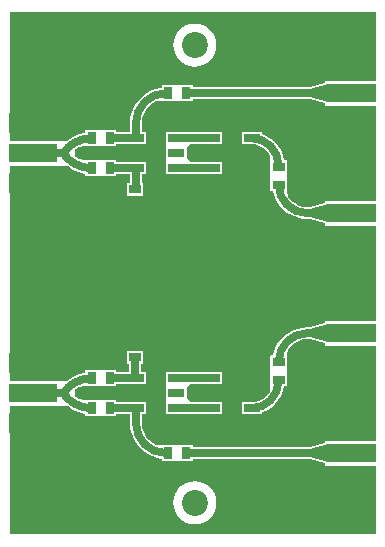
<source format=gtl>
G04*
G04 #@! TF.GenerationSoftware,Altium Limited,Altium Designer,24.4.1 (13)*
G04*
G04 Layer_Physical_Order=1*
G04 Layer_Color=255*
%FSLAX25Y25*%
%MOIN*%
G70*
G04*
G04 #@! TF.SameCoordinates,70BA40AD-3E04-444A-AD5C-AF6B0887806A*
G04*
G04*
G04 #@! TF.FilePolarity,Positive*
G04*
G01*
G75*
%ADD22C,0.02700*%
%ADD23R,0.05512X0.02992*%
%ADD24R,0.16000X0.06000*%
%ADD25R,0.16000X0.07000*%
%ADD26R,0.04331X0.03150*%
%ADD27R,0.03150X0.04331*%
%ADD28R,0.04331X0.03150*%
%ADD29R,0.03150X0.04331*%
%ADD30C,0.08661*%
%ADD31C,0.02400*%
G36*
X7929Y4200D02*
X-9200D01*
Y3334D01*
X-14191Y1988D01*
X-53235D01*
Y2765D01*
X-57140D01*
X-57584Y2765D01*
X-59140D01*
X-59584Y2765D01*
X-63490D01*
Y1879D01*
X-63989Y1839D01*
X-65818Y1400D01*
X-67556Y680D01*
X-69160Y-302D01*
X-70590Y-1524D01*
X-71812Y-2954D01*
X-72795Y-4558D01*
X-73514Y-6296D01*
X-73953Y-8125D01*
X-74100Y-9990D01*
X-74102Y-10000D01*
Y-12904D01*
X-75470D01*
Y-13012D01*
X-78735D01*
Y-12235D01*
X-82640D01*
X-83084Y-12235D01*
X-84640D01*
X-85084Y-12235D01*
X-88990D01*
Y-13183D01*
X-91058Y-13680D01*
X-93049Y-14504D01*
X-94886Y-15630D01*
X-95162Y-15866D01*
X-97162Y-15800D01*
Y-15800D01*
X-114242D01*
Y26929D01*
X7929D01*
Y4200D01*
D02*
G37*
G36*
X-9200Y-3334D02*
Y-4200D01*
X7929D01*
Y-35800D01*
X-9200D01*
Y-36666D01*
X-14191Y-38012D01*
X-15000D01*
X-15083Y-38028D01*
X-16479Y-37891D01*
X-17902Y-37459D01*
X-19213Y-36758D01*
X-20362Y-35815D01*
X-21306Y-34666D01*
X-21409Y-34473D01*
X-21782Y-32628D01*
X-21782Y-32628D01*
Y-28722D01*
X-21782Y-28278D01*
Y-26722D01*
X-21782Y-26278D01*
Y-22372D01*
X-22699D01*
X-23099Y-20705D01*
X-23768Y-19090D01*
X-24682Y-17599D01*
X-25817Y-16270D01*
X-27147Y-15135D01*
X-28637Y-14221D01*
X-29939Y-13682D01*
Y-12904D01*
X-36651D01*
Y-17096D01*
X-32288D01*
X-30943Y-17504D01*
X-29700Y-18169D01*
X-28610Y-19063D01*
X-27716Y-20153D01*
X-27547Y-20469D01*
X-27313Y-22372D01*
X-27313Y-22373D01*
Y-26278D01*
X-27313Y-26722D01*
Y-28278D01*
X-27313Y-28722D01*
Y-32628D01*
X-26302D01*
X-25968Y-34017D01*
X-25276Y-35688D01*
X-24330Y-37232D01*
X-23155Y-38608D01*
X-21779Y-39783D01*
X-20236Y-40729D01*
X-18564Y-41421D01*
X-16804Y-41844D01*
X-15022Y-41984D01*
X-15000Y-41988D01*
X-14191D01*
X-9200Y-43334D01*
Y-44200D01*
X7929D01*
Y-75800D01*
X-9200D01*
Y-76666D01*
X-14191Y-78012D01*
X-15000D01*
X-15022Y-78016D01*
X-16804Y-78156D01*
X-18564Y-78579D01*
X-20236Y-79272D01*
X-21779Y-80217D01*
X-23155Y-81392D01*
X-24330Y-82768D01*
X-25276Y-84311D01*
X-25968Y-85983D01*
X-26302Y-87372D01*
X-27313D01*
Y-91278D01*
X-27313Y-91722D01*
Y-93278D01*
X-27313Y-93722D01*
Y-97628D01*
X-27313D01*
X-27547Y-99531D01*
X-27716Y-99848D01*
X-28610Y-100937D01*
X-29700Y-101831D01*
X-30943Y-102496D01*
X-32288Y-102904D01*
X-36651D01*
Y-107096D01*
X-29939D01*
Y-106318D01*
X-28637Y-105779D01*
X-27147Y-104865D01*
X-25817Y-103730D01*
X-24682Y-102401D01*
X-23768Y-100910D01*
X-23099Y-99295D01*
X-22699Y-97628D01*
X-21782D01*
Y-93722D01*
X-21782Y-93278D01*
Y-91722D01*
X-21782Y-91278D01*
Y-87372D01*
X-21782D01*
X-21409Y-85527D01*
X-21306Y-85334D01*
X-20362Y-84185D01*
X-19213Y-83242D01*
X-17902Y-82541D01*
X-16479Y-82109D01*
X-15083Y-81972D01*
X-15000Y-81988D01*
X-14191D01*
X-9200Y-83334D01*
Y-84200D01*
X7929D01*
Y-115800D01*
X-9200D01*
Y-116666D01*
X-14191Y-118012D01*
X-53235D01*
Y-117235D01*
X-57140D01*
X-57584Y-117235D01*
X-59140D01*
X-59584Y-117235D01*
X-63490D01*
X-63490Y-117235D01*
X-65490Y-117267D01*
X-66580Y-116684D01*
X-67798Y-115684D01*
X-68798Y-114466D01*
X-69541Y-113076D01*
X-69998Y-111568D01*
X-70144Y-110090D01*
X-70126Y-110000D01*
Y-107096D01*
X-68758D01*
Y-102904D01*
X-75470D01*
Y-103012D01*
X-78735D01*
Y-102235D01*
X-82640D01*
X-83084Y-102235D01*
X-84640D01*
X-85084Y-102235D01*
X-88990D01*
Y-102235D01*
X-90935Y-102102D01*
X-92252Y-101398D01*
X-92379Y-101294D01*
Y-98706D01*
X-92252Y-98602D01*
X-90935Y-97898D01*
X-88990Y-97765D01*
X-88990Y-97765D01*
X-85084D01*
X-84640Y-97765D01*
X-83084D01*
X-82640Y-97765D01*
X-78735D01*
Y-96988D01*
X-75470D01*
Y-97096D01*
X-68758D01*
Y-92904D01*
X-70374D01*
Y-90128D01*
X-69597D01*
Y-85778D01*
X-75128D01*
Y-90128D01*
X-74350D01*
Y-92904D01*
X-75470D01*
Y-93012D01*
X-78735D01*
Y-92235D01*
X-82640D01*
X-83084Y-92235D01*
X-84640D01*
X-85084Y-92235D01*
X-88990D01*
Y-93183D01*
X-91058Y-93680D01*
X-93049Y-94504D01*
X-94886Y-95630D01*
X-95162Y-95866D01*
X-97162Y-95800D01*
Y-95800D01*
X-114242D01*
X-114242Y-24200D01*
X-97162D01*
Y-24200D01*
X-95162Y-24134D01*
X-94886Y-24370D01*
X-93049Y-25496D01*
X-91058Y-26320D01*
X-88990Y-26817D01*
Y-27765D01*
X-85084D01*
X-84640Y-27765D01*
X-83084D01*
X-82640Y-27765D01*
X-78735D01*
Y-26988D01*
X-75470D01*
Y-27096D01*
X-74102D01*
Y-29872D01*
X-75128D01*
Y-34222D01*
X-69597D01*
Y-29872D01*
X-70126D01*
Y-27096D01*
X-68758D01*
Y-22904D01*
X-75470D01*
Y-23012D01*
X-78735D01*
Y-22235D01*
X-82640D01*
X-83084Y-22235D01*
X-84640D01*
X-85084Y-22235D01*
X-88990D01*
Y-22235D01*
X-90935Y-22102D01*
X-92252Y-21398D01*
X-92379Y-21294D01*
Y-18706D01*
X-92252Y-18602D01*
X-90935Y-17898D01*
X-88990Y-17765D01*
X-88990Y-17765D01*
X-85084D01*
X-84640Y-17765D01*
X-83084D01*
X-82640Y-17765D01*
X-78735D01*
Y-16988D01*
X-75470D01*
Y-17096D01*
X-68758D01*
Y-12904D01*
X-70126D01*
Y-10000D01*
X-70144Y-9910D01*
X-69998Y-8432D01*
X-69541Y-6924D01*
X-68798Y-5534D01*
X-67798Y-4316D01*
X-66580Y-3316D01*
X-65490Y-2733D01*
X-63490Y-2765D01*
Y-2765D01*
X-59584D01*
X-59140Y-2765D01*
X-57584D01*
X-57140Y-2765D01*
X-53235D01*
Y-1988D01*
X-14191D01*
X-9200Y-3334D01*
D02*
G37*
G36*
X-7988Y-2988D02*
X-14063Y-1350D01*
Y1350D01*
X-7988Y2988D01*
Y-2988D01*
D02*
G37*
G36*
Y-42988D02*
X-14063Y-41350D01*
Y-38650D01*
X-7988Y-37012D01*
Y-42988D01*
D02*
G37*
G36*
Y-82988D02*
X-14063Y-81350D01*
Y-78650D01*
X-7988Y-77012D01*
Y-82988D01*
D02*
G37*
G36*
X-94886Y-104370D02*
X-93049Y-105496D01*
X-91058Y-106320D01*
X-88990Y-106817D01*
Y-107765D01*
X-85084D01*
X-84640Y-107765D01*
X-83084D01*
X-82640Y-107765D01*
X-78735D01*
Y-106988D01*
X-75470D01*
Y-107096D01*
X-74102D01*
Y-110000D01*
X-74100Y-110010D01*
X-73953Y-111875D01*
X-73514Y-113704D01*
X-72795Y-115442D01*
X-71812Y-117046D01*
X-70590Y-118476D01*
X-69160Y-119698D01*
X-67556Y-120680D01*
X-65818Y-121400D01*
X-63989Y-121839D01*
X-63490Y-121879D01*
Y-122765D01*
X-59584D01*
X-59140Y-122765D01*
X-57584D01*
X-57140Y-122765D01*
X-53235D01*
Y-121988D01*
X-14191D01*
X-9200Y-123334D01*
Y-124200D01*
X7929D01*
Y-146929D01*
X-114242D01*
Y-104200D01*
X-97162D01*
Y-104200D01*
X-95162Y-104134D01*
X-94886Y-104370D01*
D02*
G37*
G36*
X-7988Y-122988D02*
X-14063Y-121350D01*
Y-118650D01*
X-7988Y-117012D01*
Y-122988D01*
D02*
G37*
%LPC*%
G36*
X-52521Y23190D02*
X-53924Y23052D01*
X-55272Y22643D01*
X-56515Y21978D01*
X-57605Y21084D01*
X-58499Y19995D01*
X-59164Y18752D01*
X-59573Y17403D01*
X-59711Y16000D01*
X-59573Y14597D01*
X-59164Y13249D01*
X-58499Y12005D01*
X-57605Y10916D01*
X-56515Y10022D01*
X-55272Y9357D01*
X-53924Y8948D01*
X-52521Y8810D01*
X-51118Y8948D01*
X-49769Y9357D01*
X-48526Y10022D01*
X-47437Y10916D01*
X-46543Y12005D01*
X-45878Y13249D01*
X-45469Y14597D01*
X-45331Y16000D01*
X-45469Y17403D01*
X-45878Y18752D01*
X-46543Y19995D01*
X-47437Y21084D01*
X-48526Y21978D01*
X-49769Y22643D01*
X-51118Y23052D01*
X-52521Y23190D01*
D02*
G37*
G36*
X-43443Y-12904D02*
X-50155D01*
Y-13012D01*
X-55254D01*
Y-12904D01*
X-61966D01*
Y-15904D01*
X-61966Y-17096D01*
X-61966Y-19096D01*
X-61966Y-22096D01*
X-61966Y-24096D01*
Y-27096D01*
X-55254D01*
Y-26988D01*
X-50155D01*
Y-27096D01*
X-43443D01*
Y-22904D01*
X-50155D01*
Y-23012D01*
X-53634D01*
X-55254Y-22096D01*
X-55254Y-20904D01*
X-55254Y-17904D01*
X-53634Y-16988D01*
X-50155D01*
Y-17096D01*
X-43443D01*
Y-12904D01*
D02*
G37*
G36*
X-43443Y-92904D02*
X-50155D01*
Y-93012D01*
X-55254D01*
Y-92904D01*
X-61966D01*
Y-95904D01*
X-61966Y-97096D01*
X-61966Y-99096D01*
X-61966Y-102096D01*
X-61966Y-104096D01*
Y-107096D01*
X-55254D01*
Y-106988D01*
X-50155D01*
Y-107096D01*
X-43443D01*
Y-102904D01*
X-50155D01*
Y-103012D01*
X-53634D01*
X-55254Y-102096D01*
X-55254Y-100904D01*
X-55254Y-97904D01*
X-53634Y-96988D01*
X-50155D01*
Y-97096D01*
X-43443D01*
Y-92904D01*
D02*
G37*
G36*
X-52521Y-129310D02*
X-53924Y-129448D01*
X-55272Y-129857D01*
X-56515Y-130522D01*
X-57605Y-131416D01*
X-58499Y-132505D01*
X-59164Y-133748D01*
X-59573Y-135097D01*
X-59711Y-136500D01*
X-59573Y-137903D01*
X-59164Y-139251D01*
X-58499Y-140495D01*
X-57605Y-141584D01*
X-56515Y-142478D01*
X-55272Y-143143D01*
X-53924Y-143552D01*
X-52521Y-143690D01*
X-51118Y-143552D01*
X-49769Y-143143D01*
X-48526Y-142478D01*
X-47437Y-141584D01*
X-46543Y-140495D01*
X-45878Y-139251D01*
X-45469Y-137903D01*
X-45331Y-136500D01*
X-45469Y-135097D01*
X-45878Y-133748D01*
X-46543Y-132505D01*
X-47437Y-131416D01*
X-48526Y-130522D01*
X-49769Y-129857D01*
X-51118Y-129448D01*
X-52521Y-129310D01*
D02*
G37*
%LPD*%
D22*
X-96427Y-20000D02*
G03*
X-86815Y-25000I9612J6739D01*
G01*
X-86815Y-15000D02*
G03*
X-96427Y-20000I0J-11739D01*
G01*
X-15000Y-80000D02*
G03*
X-24547Y-89547I0J-9547D01*
G01*
X-33695Y-105009D02*
G03*
X-24539Y-95852I0J9156D01*
G01*
X-24547Y-30453D02*
G03*
X-15000Y-40000I9547J0D01*
G01*
X-24539Y-24148D02*
G03*
X-33695Y-14991I-9156J0D01*
G01*
X-62114Y0D02*
G03*
X-72114Y-10000I0J-10000D01*
G01*
X-86815Y-95000D02*
G03*
X-96427Y-100000I0J-11739D01*
G01*
X-96427Y-100000D02*
G03*
X-86815Y-105000I9612J6739D01*
G01*
X-72114Y-110000D02*
G03*
X-62114Y-120000I10000J0D01*
G01*
X-72362Y-32047D02*
G03*
X-72114Y-31799I0J248D01*
G01*
X-72362Y-95000D02*
Y-87953D01*
X-106362Y-20000D02*
X-96427D01*
X-106362Y-20000D02*
X-106362Y-20000D01*
X-15000Y-80000D02*
X0D01*
X-58610Y-105000D02*
X-46799D01*
X-58610Y-95000D02*
X-46799D01*
X-55409Y-120000D02*
X0D01*
X-15000Y-40000D02*
X0D01*
X-58610Y-25000D02*
X-46799D01*
X-58610Y-15000D02*
X-46799D01*
X-55409Y0D02*
X-2110D01*
X-62114D02*
X-61315D01*
X-72114Y-15000D02*
Y-10000D01*
X-96427Y-100000D02*
X-96427Y-100000D01*
X-96427Y-100000D02*
X-96427D01*
X-106362D02*
X-96427D01*
X-55409Y0D02*
X-55366Y-44D01*
X-72114Y-110000D02*
Y-105000D01*
X-62114Y-120000D02*
X-61315D01*
X-80909Y-105000D02*
X-72114D01*
X-80909Y-95000D02*
X-72362D01*
X-80909Y-15000D02*
X-72114D01*
Y-31799D02*
Y-25000D01*
X-80909D02*
X-72114D01*
D23*
X-33295Y-15000D02*
D03*
Y-20000D02*
D03*
Y-25000D02*
D03*
X-46799D02*
D03*
Y-15000D02*
D03*
X-33295Y-95000D02*
D03*
Y-100000D02*
D03*
Y-105000D02*
D03*
X-46799D02*
D03*
Y-95000D02*
D03*
X-58610Y-15000D02*
D03*
Y-20000D02*
D03*
Y-25000D02*
D03*
X-72114D02*
D03*
Y-15000D02*
D03*
X-58610Y-95000D02*
D03*
Y-100000D02*
D03*
Y-105000D02*
D03*
X-72114D02*
D03*
Y-95000D02*
D03*
D24*
X-106362Y-20000D02*
D03*
Y-100000D02*
D03*
X0Y-40000D02*
D03*
Y-80000D02*
D03*
Y0D02*
D03*
Y-120000D02*
D03*
D25*
X-106362Y-30000D02*
D03*
Y-10000D02*
D03*
Y-110000D02*
D03*
Y-90000D02*
D03*
X0Y-50000D02*
D03*
Y-30000D02*
D03*
Y-90000D02*
D03*
Y-70000D02*
D03*
Y-10000D02*
D03*
Y10000D02*
D03*
Y-130000D02*
D03*
Y-110000D02*
D03*
D26*
X-24547Y-30453D02*
D03*
Y-24547D02*
D03*
X-24547Y-89547D02*
D03*
Y-95453D02*
D03*
D27*
X-61315Y0D02*
D03*
X-55409D02*
D03*
X-61315Y-120000D02*
D03*
X-55409D02*
D03*
D28*
X-72362Y-32047D02*
D03*
Y-37953D02*
D03*
Y-87953D02*
D03*
Y-82047D02*
D03*
D29*
X-86815Y-25000D02*
D03*
X-80909D02*
D03*
X-86815Y-15000D02*
D03*
X-80909D02*
D03*
X-86815Y-95000D02*
D03*
X-80909D02*
D03*
X-86815Y-105000D02*
D03*
X-80909D02*
D03*
D30*
X-52521Y-136500D02*
D03*
X-52427Y16000D02*
D03*
D31*
X-59362Y-108509D02*
D03*
X-63295Y-28517D02*
D03*
Y-91500D02*
D03*
X-59362Y-91491D02*
D03*
X2479Y-145000D02*
D03*
X-2521D02*
D03*
X-7521D02*
D03*
X-12521D02*
D03*
X-17521D02*
D03*
X-22521D02*
D03*
X-27521D02*
D03*
X-54362Y-108509D02*
D03*
X-22547Y-78547D02*
D03*
X-26047Y-82047D02*
D03*
X-28047Y-86547D02*
D03*
X-29047Y-91500D02*
D03*
X-20047Y-86500D02*
D03*
X-5547Y-74200D02*
D03*
X-15547Y-76500D02*
D03*
X-15500Y-83500D02*
D03*
X-20047Y-96500D02*
D03*
X-34047Y-108509D02*
D03*
X-29047Y-108000D02*
D03*
X-20047Y-91500D02*
D03*
X-22047Y-101000D02*
D03*
X-25047Y-105000D02*
D03*
X-29047Y-96500D02*
D03*
X-49362Y-108509D02*
D03*
X-44362D02*
D03*
X-39362D02*
D03*
X6341Y-110000D02*
D03*
Y-105000D02*
D03*
Y-100000D02*
D03*
Y-95000D02*
D03*
Y-90000D02*
D03*
X-5000Y-85800D02*
D03*
X-0D02*
D03*
X5000D02*
D03*
X-10000Y-85000D02*
D03*
X6341Y-90000D02*
D03*
Y-95000D02*
D03*
X-0Y-74200D02*
D03*
X5000D02*
D03*
X-10000Y-75000D02*
D03*
X6341Y-70000D02*
D03*
X-39362Y-91491D02*
D03*
X-44362D02*
D03*
X-49362D02*
D03*
X-34047Y-91491D02*
D03*
X-54362Y-91491D02*
D03*
X-52610Y-100000D02*
D03*
X-47610D02*
D03*
X-42610D02*
D03*
Y-20000D02*
D03*
X-47610D02*
D03*
X-52610D02*
D03*
X-30862Y-116500D02*
D03*
X-35862D02*
D03*
X-40862D02*
D03*
X-45862D02*
D03*
X-25862D02*
D03*
X-20862D02*
D03*
X5000Y-114200D02*
D03*
X-0D02*
D03*
X-5000D02*
D03*
X-10000Y-115500D02*
D03*
X-15000Y-116500D02*
D03*
X-25862Y-123500D02*
D03*
X-45862D02*
D03*
X-35862D02*
D03*
X-30862D02*
D03*
X-40862D02*
D03*
X-20862D02*
D03*
X6205Y-145000D02*
D03*
X5000Y-125800D02*
D03*
X-0D02*
D03*
X-5000D02*
D03*
X-10000Y-124500D02*
D03*
X-15000Y-123500D02*
D03*
X6341Y-130000D02*
D03*
Y-135000D02*
D03*
Y-140000D02*
D03*
X5479Y-60000D02*
D03*
X479D02*
D03*
X-4521D02*
D03*
X-9521D02*
D03*
X-14521D02*
D03*
X-19521D02*
D03*
X-24521D02*
D03*
X-59362Y-28509D02*
D03*
X-54362D02*
D03*
X-34047Y-28509D02*
D03*
X-49362Y-28509D02*
D03*
X-44362D02*
D03*
X-39362D02*
D03*
X6341Y-55000D02*
D03*
Y-50000D02*
D03*
X-10000Y-45000D02*
D03*
X5000Y-45800D02*
D03*
X-0D02*
D03*
X6341Y-25000D02*
D03*
Y-30000D02*
D03*
X-10000Y-35000D02*
D03*
X5000Y-34200D02*
D03*
X-0D02*
D03*
X-5000D02*
D03*
X-76659Y-110000D02*
D03*
X6341Y-30000D02*
D03*
Y-25000D02*
D03*
Y-20000D02*
D03*
Y-15000D02*
D03*
Y-10000D02*
D03*
X-15000Y-3500D02*
D03*
X-10000Y-4500D02*
D03*
X-5000Y-5800D02*
D03*
X-0D02*
D03*
X5000D02*
D03*
X6341Y25000D02*
D03*
Y20000D02*
D03*
Y15000D02*
D03*
Y10000D02*
D03*
X-15000Y3500D02*
D03*
X-10000Y4500D02*
D03*
X-5000Y5800D02*
D03*
X-0D02*
D03*
X5000D02*
D03*
X-39362Y-11491D02*
D03*
X-44362D02*
D03*
X-49362D02*
D03*
X479Y25000D02*
D03*
X-4521D02*
D03*
X-9521D02*
D03*
X-14521D02*
D03*
X-19521D02*
D03*
X-24521D02*
D03*
X-29047Y-23500D02*
D03*
X-25047Y-15000D02*
D03*
X-22047Y-19000D02*
D03*
X-20047Y-28500D02*
D03*
X-29047Y-12000D02*
D03*
X-34047Y-11491D02*
D03*
X-20047Y-23500D02*
D03*
X-15500Y-36500D02*
D03*
X-15547Y-43500D02*
D03*
X-5547Y-45800D02*
D03*
X-20047Y-33500D02*
D03*
X-29047Y-28500D02*
D03*
X-28047Y-33453D02*
D03*
X-26047Y-37953D02*
D03*
X-22547Y-41453D02*
D03*
X-20862Y-3500D02*
D03*
X-25862D02*
D03*
X-20862Y3500D02*
D03*
X-63362Y-106047D02*
D03*
X-64862Y-101547D02*
D03*
X-112521Y-145000D02*
D03*
X-32521D02*
D03*
X-112521Y-140000D02*
D03*
X-107521Y-145000D02*
D03*
X-102021D02*
D03*
X-97521D02*
D03*
X-92521D02*
D03*
X-87521D02*
D03*
X-82521D02*
D03*
X-77521D02*
D03*
X-72521D02*
D03*
X-67521D02*
D03*
X-62521D02*
D03*
X-57521D02*
D03*
X-52521D02*
D03*
X-47521D02*
D03*
X-42521D02*
D03*
X-37521D02*
D03*
X-112521Y25000D02*
D03*
X-29521D02*
D03*
X-112521Y20000D02*
D03*
X-89521Y-100000D02*
D03*
X-84521D02*
D03*
X-79521D02*
D03*
X-74521D02*
D03*
X-69521D02*
D03*
X-106362Y-105800D02*
D03*
X-101362D02*
D03*
X-96362D02*
D03*
X-91362Y-108000D02*
D03*
X-86362Y-109500D02*
D03*
X-81362D02*
D03*
X-75362Y-113500D02*
D03*
X-60862Y-124000D02*
D03*
X-55862D02*
D03*
X-50862Y-123500D02*
D03*
X-65862Y-123000D02*
D03*
X-69862Y-121000D02*
D03*
X-73362Y-117500D02*
D03*
X-50862Y-116500D02*
D03*
X-55862Y-116000D02*
D03*
X-60862D02*
D03*
X-111362Y-105800D02*
D03*
X-111362Y-94200D02*
D03*
X-76362Y-91500D02*
D03*
X-81362Y-90500D02*
D03*
X-86362D02*
D03*
X-91362Y-92000D02*
D03*
X-96362Y-94200D02*
D03*
X-101362D02*
D03*
X-106362D02*
D03*
X-65862Y-115000D02*
D03*
X-68362Y-111000D02*
D03*
X-67362Y-106000D02*
D03*
X-77362Y-86500D02*
D03*
X-67362Y-86547D02*
D03*
X-67862Y-91547D02*
D03*
X-66862Y-96547D02*
D03*
X-72362Y-79000D02*
D03*
X-77362Y-81500D02*
D03*
X-67362D02*
D03*
X-67362Y-38500D02*
D03*
X-77362D02*
D03*
X-72362Y-41000D02*
D03*
X-63362Y-13953D02*
D03*
X-64862Y-18453D02*
D03*
X-66862Y-23453D02*
D03*
X-67862Y-28453D02*
D03*
X-67362Y-33453D02*
D03*
X-77362Y-33500D02*
D03*
X-54362Y-11491D02*
D03*
X-59362D02*
D03*
X-67362Y-14000D02*
D03*
X-68362Y-9000D02*
D03*
X-65862Y-5000D02*
D03*
X-40862Y3500D02*
D03*
X-30862D02*
D03*
X-106362Y-25800D02*
D03*
X-101362D02*
D03*
X-96362D02*
D03*
X-91362Y-28000D02*
D03*
X-86362Y-29500D02*
D03*
X-81362D02*
D03*
X-76362Y-28500D02*
D03*
X-111362Y-25800D02*
D03*
X-111362Y-14200D02*
D03*
X-60862Y-4000D02*
D03*
X-55862D02*
D03*
X-50862Y-3500D02*
D03*
X-45862D02*
D03*
X-40862D02*
D03*
X-35862D02*
D03*
X-30862D02*
D03*
X-73362Y-2500D02*
D03*
X-69862Y1000D02*
D03*
X-65862Y3000D02*
D03*
X-35862Y3500D02*
D03*
X-45862D02*
D03*
X-50862D02*
D03*
X-55862Y4000D02*
D03*
X-60862D02*
D03*
X-75362Y-6500D02*
D03*
X-76362Y-11500D02*
D03*
X-81362Y-10500D02*
D03*
X-86362D02*
D03*
X-91362Y-12000D02*
D03*
X-96362Y-14200D02*
D03*
X-101362D02*
D03*
X-106362D02*
D03*
X-69521Y-20000D02*
D03*
X-74521D02*
D03*
X-79521D02*
D03*
X-84521D02*
D03*
X-89521D02*
D03*
X-109521Y-60000D02*
D03*
X-104521D02*
D03*
X-99521D02*
D03*
X-94521D02*
D03*
X-89521D02*
D03*
X-84521D02*
D03*
X-79521D02*
D03*
X-74521D02*
D03*
X-69521D02*
D03*
X-64521D02*
D03*
X-59521D02*
D03*
X-54521D02*
D03*
X-49521D02*
D03*
X-44521D02*
D03*
X-39521D02*
D03*
X-34521D02*
D03*
X-104521Y25000D02*
D03*
X-99521D02*
D03*
X-94521D02*
D03*
X-89521D02*
D03*
X-84521D02*
D03*
X-79521D02*
D03*
X-74521D02*
D03*
X-69521D02*
D03*
X-64521D02*
D03*
X-59521D02*
D03*
X-54521D02*
D03*
X-49521D02*
D03*
X-44521D02*
D03*
X-39521D02*
D03*
X-34521D02*
D03*
X-25862Y3500D02*
D03*
X-29521Y-60000D02*
D03*
X-112521Y-135000D02*
D03*
Y-130000D02*
D03*
Y-125000D02*
D03*
Y-120000D02*
D03*
Y-115000D02*
D03*
Y-110000D02*
D03*
Y-90000D02*
D03*
Y-85000D02*
D03*
Y-80000D02*
D03*
Y-75000D02*
D03*
Y-70000D02*
D03*
Y-65000D02*
D03*
Y15000D02*
D03*
Y10000D02*
D03*
Y5000D02*
D03*
Y0D02*
D03*
Y-5000D02*
D03*
Y-10000D02*
D03*
Y-30000D02*
D03*
Y-35000D02*
D03*
Y-40000D02*
D03*
Y-45000D02*
D03*
Y-50000D02*
D03*
Y-55000D02*
D03*
Y-60000D02*
D03*
M02*

</source>
